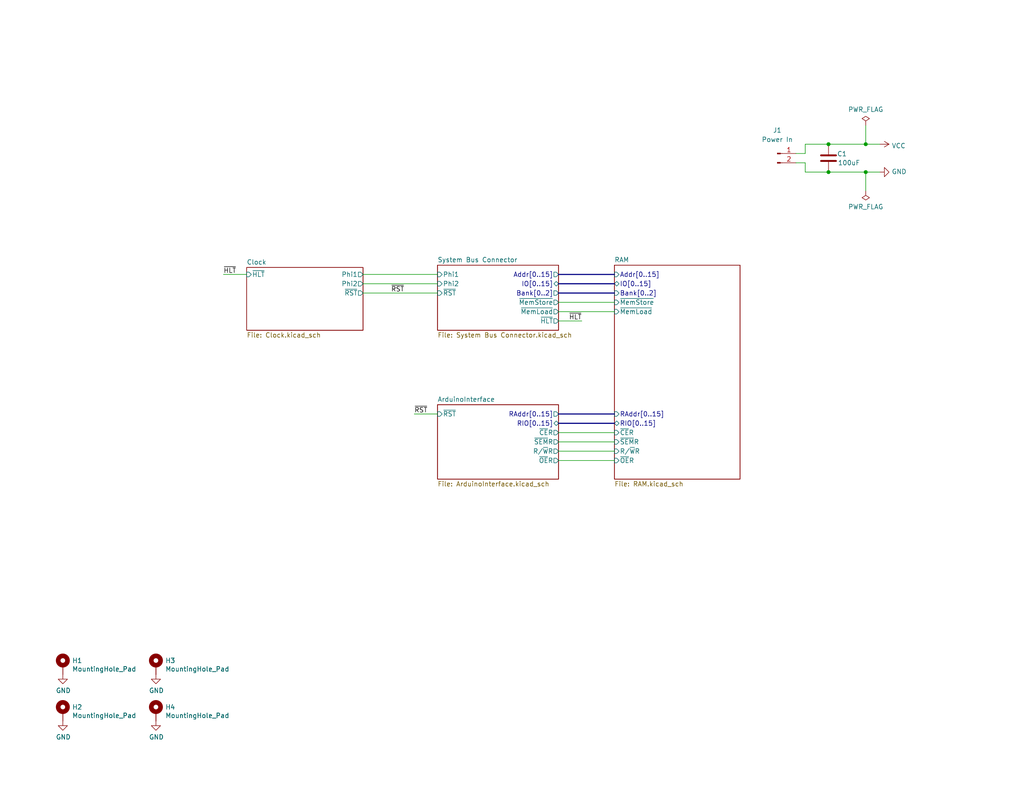
<source format=kicad_sch>
(kicad_sch (version 20250114) (generator "eeschema") (generator_version "9.0")
  (paper "USLetter")
  (title_block (title "Turtle16: Main Board") (date "2023-11-27") (rev "A") (comment 1 "a block of shared memory and hardware semaphores.") (comment 2 "The main board is home to an Arduino which communicates with the processor through") (comment 3 "The computer clock is generated by the main board.") (comment 4 "The processor and all peripherals connect to the main board."))
  (lib_symbols
    (symbol "Connector:Conn_01x02_Pin" (pin_names (offset 1.016) (hide yes))
      (property "Reference" "J" (at 0 2.54 0))
      (property "Value" "Conn_01x02_Pin" (at 0 -5.08 0))
      (symbol "Conn_01x02_Pin_1_1"
        (rectangle (start 0.8636 0.127) (end 0 -0.127) (stroke (width 0.1524)) (fill (type outline)))
        (rectangle (start 0.8636 -2.413) (end 0 -2.667) (stroke (width 0.1524)) (fill (type outline)))
        (polyline (pts (xy 1.27 0) (xy 0.8636 0)) (stroke (width 0.1524)))
        (polyline (pts (xy 1.27 -2.54) (xy 0.8636 -2.54)) (stroke (width 0.1524)))
        (pin passive line (at 5.08 0 180) (length 3.81) (name "Pin_1") (number "1"))
        (pin passive line (at 5.08 -2.54 180) (length 3.81) (name "Pin_2") (number "2"))
      )
    )
    (symbol "Device:C" (pin_numbers (hide yes)) (pin_names (offset 0.254))
      (property "Reference" "C" (at 0.635 2.54 0))
      (property "Value" "C" (at 0.635 -2.54 0))
      (symbol "C_0_1"
        (polyline (pts (xy -2.032 0.762) (xy 2.032 0.762)) (stroke (width 0.508)))
        (polyline (pts (xy -2.032 -0.762) (xy 2.032 -0.762)) (stroke (width 0.508)))
      )
      (symbol "C_1_1"
        (pin passive line (at 0 3.81 270) (length 2.794) (name "~") (number "1"))
        (pin passive line (at 0 -3.81 90) (length 2.794) (name "~") (number "2"))
      )
    )
    (symbol "Mechanical:MountingHole_Pad" (pin_numbers (hide yes)) (pin_names (offset 1.016) (hide yes))
      (property "Reference" "H" (at 0 6.35 0))
      (property "Value" "MountingHole_Pad" (at 0 4.445 0))
      (symbol "MountingHole_Pad_0_1"
        (circle (center 0 1.27) (radius 1.27) (stroke (width 1.27)))
      )
      (symbol "MountingHole_Pad_1_1"
        (pin input line (at 0 -2.54 90) (length 2.54) (name "1") (number "1"))
      )
    )
    (symbol "power:GND" (power) (pin_names (offset 0))
      (property "Value" "GND" (at 0 -3.81 0))
      (symbol "GND_0_1"
        (polyline (pts (xy 0 0) (xy 0 -1.27) (xy 1.27 -1.27) (xy 0 -2.54) (xy -1.27 -1.27) (xy 0 -1.27)))
      )
      (symbol "GND_1_1"
        (pin power_in line (at 0 0 270) (length 0) (hide yes) (name "GND") (number "1"))
      )
    )
    (symbol "power:PWR_FLAG" (power) (pin_numbers (hide yes)) (pin_names (offset 0) (hide yes))
      (property "Value" "PWR_FLAG" (at 0 3.81 0))
      (symbol "PWR_FLAG_0_0"
        (pin power_out line (at 0 0 90) (length 0) (name "pwr") (number "1"))
      )
      (symbol "PWR_FLAG_0_1"
        (polyline (pts (xy 0 0) (xy 0 1.27) (xy -1.016 1.905) (xy 0 2.54) (xy 1.016 1.905) (xy 0 1.27)))
      )
    )
    (symbol "power:VCC" (power) (pin_names (offset 0))
      (property "Value" "VCC" (at 0 3.81 0))
      (symbol "VCC_0_1"
        (polyline (pts (xy -0.762 1.27) (xy 0 2.54)))
        (polyline (pts (xy 0 2.54) (xy 0.762 1.27)))
        (polyline (pts (xy 0 0) (xy 0 2.54)))
      )
      (symbol "VCC_1_1"
        (pin power_in line (at 0 0 90) (length 0) (hide yes) (name "VCC") (number "1"))
      )
    )
  )
  (junction (at 226.06 46.99))
  (junction (at 236.22 46.99))
  (junction (at 236.22 39.37))
  (junction (at 226.06 39.37))
  (wire (pts (xy 113.03 113.03) (xy 119.38 113.03)))
  (wire (pts (xy 226.06 46.99) (xy 236.22 46.99)))
  (wire (pts (xy 219.71 39.37) (xy 226.06 39.37)))
  (wire (pts (xy 152.4 118.11) (xy 167.64 118.11)))
  (wire (pts (xy 152.4 82.55) (xy 167.64 82.55)))
  (wire (pts (xy 240.03 39.37) (xy 236.22 39.37)))
  (wire (pts (xy 99.06 74.93) (xy 119.38 74.93)))
  (bus (pts (xy 152.4 80.01) (xy 167.64 80.01)))
  (wire (pts (xy 152.4 125.73) (xy 167.64 125.73)))
  (wire (pts (xy 152.4 123.19) (xy 167.64 123.19)))
  (wire (pts (xy 158.75 87.63) (xy 152.4 87.63)))
  (wire (pts (xy 236.22 34.29) (xy 236.22 39.37)))
  (bus (pts (xy 167.64 113.03) (xy 152.4 113.03)))
  (wire (pts (xy 219.71 46.99) (xy 226.06 46.99)))
  (wire (pts (xy 236.22 52.07) (xy 236.22 46.99)))
  (wire (pts (xy 99.06 80.01) (xy 119.38 80.01)))
  (wire (pts (xy 219.71 44.45) (xy 219.71 46.99)))
  (bus (pts (xy 152.4 77.47) (xy 167.64 77.47)))
  (wire (pts (xy 217.17 41.91) (xy 219.71 41.91)))
  (wire (pts (xy 99.06 77.47) (xy 119.38 77.47)))
  (wire (pts (xy 217.17 44.45) (xy 219.71 44.45)))
  (bus (pts (xy 167.64 115.57) (xy 152.4 115.57)))
  (wire (pts (xy 236.22 46.99) (xy 240.03 46.99)))
  (wire (pts (xy 219.71 39.37) (xy 219.71 41.91)))
  (wire (pts (xy 226.06 39.37) (xy 236.22 39.37)))
  (wire (pts (xy 152.4 120.65) (xy 167.64 120.65)))
  (bus (pts (xy 152.4 74.93) (xy 167.64 74.93)))
  (wire (pts (xy 60.96 74.93) (xy 67.31 74.93)))
  (wire (pts (xy 152.4 85.09) (xy 167.64 85.09)))
  (label "~{HLT}" (at 60.96 74.93 0))
  (label "~{RST}" (at 106.68 80.01 0))
  (label "~{HLT}" (at 158.75 87.63 180))
  (label "~{RST}" (at 113.03 113.03 0))
  (symbol (lib_id "Connector:Conn_01x02_Pin") (at 212.09 41.91 0) (unit 1)
    (property "Reference" "J1" (at 212.09 35.56 0))
    (property "Value" "Power In" (at 212.09 38.1 0))
    (property "Footprint" "Connector_Molex:172448-0002" (effects (hide yes)))
    (property "Datasheet" "https://www.molex.com/content/dam/molex/molex-dot-com/products/automated/en-us/salesdrawingpdf/172/172448/1724480002_sd.pdf" (effects (hide yes)))
    (property "Manufacturer" "Molex" (effects (hide yes)))
    (property "Manufacturer#" "172448-0002" (effects (hide yes)))
    (property "Mouser#" "538-172448-0002" (effects (hide yes)))
    (property "Digikey#" "WM16206-ND" (effects (hide yes)))
  )
  (symbol (lib_id "Mechanical:MountingHole_Pad") (at 17.145 181.61 0) (unit 1) (in_bom no)
    (property "Reference" "H1" (at 19.685 180.3654 0) (effects (justify left)))
    (property "Value" "MountingHole_Pad" (at 19.685 182.6768 0) (effects (justify left)))
    (property "Footprint" "MountingHole:MountingHole_3.2mm_M3_Pad" (effects (hide yes)))
  )
  (symbol (lib_id "Mechanical:MountingHole_Pad") (at 42.545 181.61 0) (unit 1) (in_bom no)
    (property "Reference" "H3" (at 45.085 180.3654 0) (effects (justify left)))
    (property "Value" "MountingHole_Pad" (at 45.085 182.6768 0) (effects (justify left)))
    (property "Footprint" "MountingHole:MountingHole_3.2mm_M3_Pad" (effects (hide yes)))
  )
  (symbol (lib_id "Mechanical:MountingHole_Pad") (at 42.545 194.31 0) (unit 1) (in_bom no)
    (property "Reference" "H4" (at 45.085 193.0654 0) (effects (justify left)))
    (property "Value" "MountingHole_Pad" (at 45.085 195.3768 0) (effects (justify left)))
    (property "Footprint" "MountingHole:MountingHole_3.2mm_M3_Pad" (effects (hide yes)))
  )
  (symbol (lib_id "Device:C") (at 226.06 43.18 0) (unit 1)
    (property "Reference" "C1" (at 228.3968 42.0116 0) (effects (justify left)))
    (property "Value" "100uF" (at 228.6 44.45 0) (effects (justify left)))
    (property "Footprint" "Capacitor_SMD:C_1206_3216Metric" (effects (hide yes)))
    (property "Datasheet" "https://www.yuden.co.jp/productdata/catalog/mlcc06_e.pdf" (effects (hide yes)))
    (property "Manufacturer" "Taiyo Yuden" (effects (hide yes)))
    (property "Manufacturer#" "AMK316ABJ107ML-T" (effects (hide yes)))
    (property "Mouser#" "963-AMK316ABJ107ML-T" (effects (hide yes)))
    (property "Digikey#" "587-AMK316ABJ107ML-TCT-ND" (effects (hide yes)))
  )
  (symbol (lib_id "Mechanical:MountingHole_Pad") (at 17.145 194.31 0) (unit 1) (in_bom no)
    (property "Reference" "H2" (at 19.685 193.0654 0) (effects (justify left)))
    (property "Value" "MountingHole_Pad" (at 19.685 195.3768 0) (effects (justify left)))
    (property "Footprint" "MountingHole:MountingHole_3.2mm_M3_Pad" (effects (hide yes)))
  )
  (symbol (lib_id "power:PWR_FLAG") (at 236.22 34.29 0) (unit 1)
    (property "Reference" "#FLG01" (effects (hide yes)))
    (property "Value" "PWR_FLAG" (at 236.22 29.8958 0))
  )
  (symbol (lib_id "power:VCC") (at 240.03 39.37 270) (unit 1)
    (property "Reference" "#PWR05" (effects (hide yes)))
    (property "Value" "VCC" (at 243.2812 39.8018 90) (effects (justify left)))
  )
  (symbol (lib_id "power:GND") (at 17.145 184.15 0) (unit 1)
    (property "Reference" "#PWR01" (effects (hide yes)))
    (property "Value" "GND" (at 17.272 188.5442 0))
  )
  (symbol (lib_id "power:PWR_FLAG") (at 236.22 52.07 180) (unit 1)
    (property "Reference" "#FLG02" (effects (hide yes)))
    (property "Value" "PWR_FLAG" (at 236.22 56.4642 0))
  )
  (symbol (lib_id "power:GND") (at 42.545 184.15 0) (unit 1)
    (property "Reference" "#PWR03" (effects (hide yes)))
    (property "Value" "GND" (at 42.672 188.5442 0))
  )
  (symbol (lib_id "power:GND") (at 240.03 46.99 90) (unit 1)
    (property "Reference" "#PWR06" (effects (hide yes)))
    (property "Value" "GND" (at 243.2812 46.863 90) (effects (justify right)))
  )
  (symbol (lib_id "power:GND") (at 17.145 196.85 0) (unit 1)
    (property "Reference" "#PWR02" (effects (hide yes)))
    (property "Value" "GND" (at 17.272 201.2442 0))
  )
  (symbol (lib_id "power:GND") (at 42.545 196.85 0) (unit 1)
    (property "Reference" "#PWR04" (effects (hide yes)))
    (property "Value" "GND" (at 42.672 201.2442 0))
  )
  (sheet (at 119.38 72.39) (size 33.02 17.78)
    (property "Sheetname" "System Bus Connector" (at 119.38 71.6784 0) (effects (justify left bottom)))
    (property "Sheetfile" "System Bus Connector.kicad_sch" (at 119.38 90.7546 0) (effects (justify left top)))
    (pin "Phi2" input (at 119.38 77.47 180))
    (pin "~{RST}" input (at 119.38 80.01 180))
    (pin "Phi1" input (at 119.38 74.93 180))
    (pin "~{HLT}" output (at 152.4 87.63 0))
    (pin "Addr[0..15]" output (at 152.4 74.93 0))
    (pin "~{MemStore}" output (at 152.4 82.55 0))
    (pin "Bank[0..2]" output (at 152.4 80.01 0))
    (pin "~{MemLoad}" output (at 152.4 85.09 0))
    (pin "IO[0..15]" tri_state (at 152.4 77.47 0))
  )
  (sheet (at 67.31 73.025) (size 31.75 17.145) (stroke (width 0.1524))
    (property "Sheetname" "Clock" (at 67.31 72.3134 0) (effects (justify left bottom)))
    (property "Sheetfile" "Clock.kicad_sch" (at 67.31 90.7546 0) (effects (justify left top)))
    (pin "~{HLT}" input (at 67.31 74.93 180))
    (pin "Phi1" output (at 99.06 74.93 0))
    (pin "~{RST}" output (at 99.06 80.01 0))
    (pin "Phi2" output (at 99.06 77.47 0))
  )
  (sheet (at 119.38 110.49) (size 33.02 20.32) (stroke (width 0.1524))
    (property "Sheetname" "ArduinoInterface" (at 119.38 109.7784 0) (effects (justify left bottom)))
    (property "Sheetfile" "ArduinoInterface.kicad_sch" (at 119.38 131.3946 0) (effects (justify left top)))
    (pin "~{RST}" input (at 119.38 113.03 180))
    (pin "RIO[0..15]" tri_state (at 152.4 115.57 0))
    (pin "~{SEM}R" output (at 152.4 120.65 0))
    (pin "~{OE}R" output (at 152.4 125.73 0))
    (pin "~{CE}R" output (at 152.4 118.11 0))
    (pin "R{slash}~{W}R" output (at 152.4 123.19 0))
    (pin "RAddr[0..15]" output (at 152.4 113.03 0))
  )
  (sheet (at 167.64 72.39) (size 34.29 58.42) (stroke (width 0.1524))
    (property "Sheetname" "RAM" (at 167.64 71.6784 0) (effects (justify left bottom)))
    (property "Sheetfile" "RAM.kicad_sch" (at 167.64 131.3946 0) (effects (justify left top)))
    (pin "~{MemStore}" input (at 167.64 82.55 180))
    (pin "Addr[0..15]" input (at 167.64 74.93 180))
    (pin "~{MemLoad}" input (at 167.64 85.09 180))
    (pin "Bank[0..2]" input (at 167.64 80.01 180))
    (pin "IO[0..15]" tri_state (at 167.64 77.47 180))
    (pin "RAddr[0..15]" input (at 167.64 113.03 180))
    (pin "~{OE}R" input (at 167.64 125.73 180))
    (pin "RIO[0..15]" tri_state (at 167.64 115.57 180))
    (pin "~{CE}R" input (at 167.64 118.11 180))
    (pin "~{SEM}R" input (at 167.64 120.65 180))
    (pin "R{slash}~{W}R" input (at 167.64 123.19 180))
  )
)
</source>
